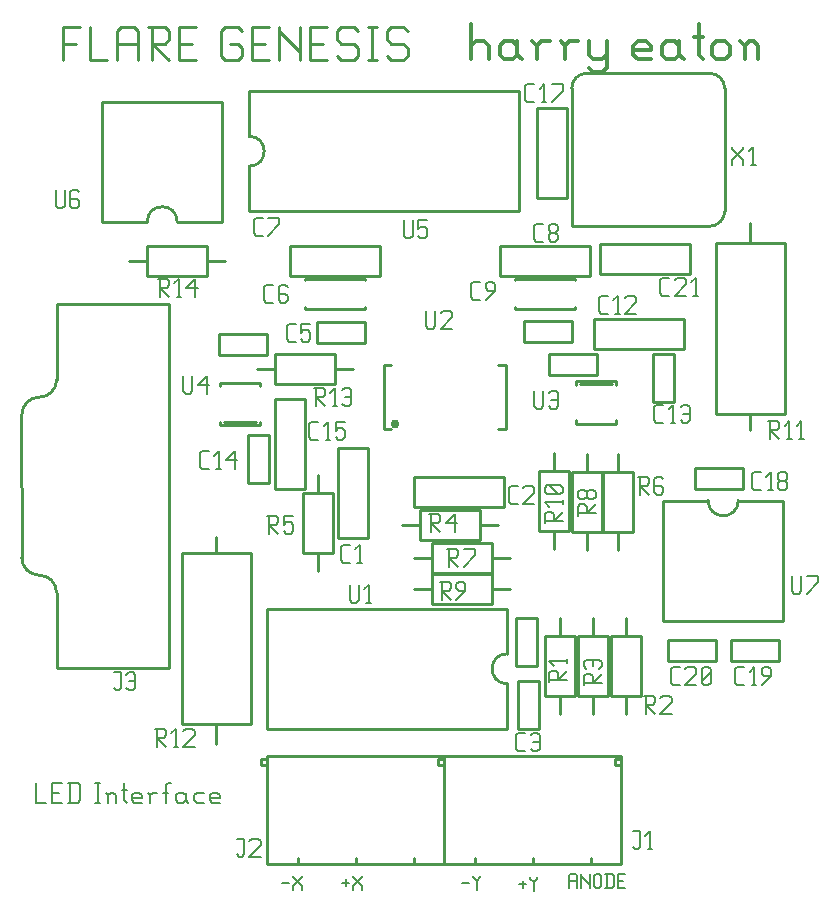
<source format=gbr>
G04 start of page 8 for group -4079 idx -4079
G04 Title: (unknown), topsilk *
G04 Creator: pcb 1.99w *
G04 CreationDate: Wed Jan  2 23:41:37 2008 UTC *
G04 For: dan *
G04 Format: Gerber/RS-274X *
G04 PCB-Dimensions: 350000 330000 *
G04 PCB-Coordinate-Origin: lower left *
%MOIN*%
%FSLAX24Y24*%
%LNFRONTSILK*%
%ADD29C,0.0080*%
%ADD30C,0.0118*%
%ADD31C,0.0112*%
%ADD32C,0.0100*%
%ADD33C,0.0300*%
G54D29*X4350Y4850D02*Y4190D01*
X4680D01*
X4878Y4520D02*X5125D01*
X4878Y4190D02*X5208D01*
X4878Y4850D02*Y4190D01*
Y4850D02*X5208D01*
X5488D02*Y4190D01*
X5736Y4850D02*X5818Y4767D01*
Y4272D01*
X5736Y4190D02*X5818Y4272D01*
X5406Y4190D02*X5736D01*
X5406Y4850D02*X5736D01*
X6313D02*X6478D01*
X6396D02*Y4190D01*
X6313D02*X6478D01*
X6759Y4437D02*Y4190D01*
Y4437D02*X6842Y4520D01*
X6924D01*
X7007Y4437D01*
Y4190D01*
X6677Y4520D02*X6759Y4437D01*
X7287Y4850D02*Y4272D01*
X7370Y4190D01*
X7205Y4602D02*X7370D01*
X7617Y4190D02*X7865D01*
X7535Y4272D02*X7617Y4190D01*
X7535Y4437D02*Y4272D01*
Y4437D02*X7617Y4520D01*
X7782D01*
X7865Y4437D01*
X7535Y4355D02*X7865D01*
Y4437D02*Y4355D01*
X8146Y4437D02*Y4190D01*
Y4437D02*X8228Y4520D01*
X8393D01*
X8063D02*X8146Y4437D01*
X8674Y4767D02*Y4190D01*
Y4767D02*X8756Y4850D01*
X8839D01*
X8591Y4520D02*X8756D01*
X9251D02*X9334Y4437D01*
X9086Y4520D02*X9251D01*
X9004Y4437D02*X9086Y4520D01*
X9004Y4437D02*Y4272D01*
X9086Y4190D01*
X9334Y4520D02*Y4272D01*
X9416Y4190D01*
X9086D02*X9251D01*
X9334Y4272D01*
X9697Y4520D02*X9945D01*
X9615Y4437D02*X9697Y4520D01*
X9615Y4437D02*Y4272D01*
X9697Y4190D01*
X9945D01*
X10225D02*X10473D01*
X10143Y4272D02*X10225Y4190D01*
X10143Y4437D02*Y4272D01*
Y4437D02*X10225Y4520D01*
X10390D01*
X10473Y4437D01*
X10143Y4355D02*X10473D01*
Y4437D02*Y4355D01*
X14550Y1520D02*X14780D01*
X14665Y1635D02*Y1405D01*
X14918Y1750D02*Y1692D01*
X15205Y1405D01*
Y1290D01*
X14918Y1405D02*Y1290D01*
Y1405D02*X15205Y1692D01*
Y1750D02*Y1692D01*
X12550Y1520D02*X12780D01*
X12918Y1750D02*Y1692D01*
X13205Y1405D01*
Y1290D01*
X12918Y1405D02*Y1290D01*
Y1405D02*X13205Y1692D01*
Y1750D02*Y1692D01*
X20450Y1470D02*X20680D01*
X20565Y1585D02*Y1355D01*
X20818Y1700D02*Y1642D01*
X20933Y1527D01*
X21048Y1642D01*
Y1700D02*Y1642D01*
X20933Y1527D02*Y1240D01*
X18550Y1520D02*X18780D01*
X18918Y1750D02*Y1692D01*
X19033Y1577D01*
X19148Y1692D01*
Y1750D02*Y1692D01*
X19033Y1577D02*Y1290D01*
G54D30*X18850Y30150D02*Y28970D01*
Y29412D02*X18997Y29560D01*
X19292D01*
X19440Y29412D01*
Y28970D01*
X20236Y29560D02*X20384Y29412D01*
X19941Y29560D02*X20236D01*
X19794Y29412D02*X19941Y29560D01*
X19794Y29412D02*Y29117D01*
X19941Y28970D01*
X20384Y29560D02*Y29117D01*
X20531Y28970D01*
X19941D02*X20236D01*
X20384Y29117D01*
X21033Y29412D02*Y28970D01*
Y29412D02*X21181Y29560D01*
X21476D01*
X20886D02*X21033Y29412D01*
X21977D02*Y28970D01*
Y29412D02*X22125Y29560D01*
X22420D01*
X21830D02*X21977Y29412D01*
X22774Y29560D02*Y29117D01*
X22922Y28970D01*
X23364Y29560D02*Y28675D01*
X23217Y28527D02*X23364Y28675D01*
X22922Y28527D02*X23217D01*
X22774Y28675D02*X22922Y28527D01*
Y28970D02*X23217D01*
X23364Y29117D01*
X24397Y28970D02*X24839D01*
X24249Y29117D02*X24397Y28970D01*
X24249Y29412D02*Y29117D01*
Y29412D02*X24397Y29560D01*
X24692D01*
X24839Y29412D01*
X24249Y29265D02*X24839D01*
Y29412D02*Y29265D01*
X25636Y29560D02*X25784Y29412D01*
X25341Y29560D02*X25636D01*
X25194Y29412D02*X25341Y29560D01*
X25194Y29412D02*Y29117D01*
X25341Y28970D01*
X25784Y29560D02*Y29117D01*
X25931Y28970D01*
X25341D02*X25636D01*
X25784Y29117D01*
X26433Y30150D02*Y29117D01*
X26581Y28970D01*
X26286Y29707D02*X26581D01*
X26876Y29412D02*Y29117D01*
Y29412D02*X27023Y29560D01*
X27318D01*
X27466Y29412D01*
Y29117D01*
X27318Y28970D02*X27466Y29117D01*
X27023Y28970D02*X27318D01*
X26876Y29117D02*X27023Y28970D01*
X27968Y29412D02*Y28970D01*
Y29412D02*X28115Y29560D01*
X28263D01*
X28410Y29412D01*
Y28970D01*
X27820Y29560D02*X27968Y29412D01*
G54D31*X5250Y30050D02*Y28930D01*
Y30050D02*X5810D01*
X5250Y29490D02*X5670D01*
X6146Y30050D02*Y28930D01*
X6706D01*
X7042Y29910D02*Y28930D01*
Y29910D02*X7182Y30050D01*
X7602D01*
X7742Y29910D01*
Y28930D01*
X7042Y29490D02*X7742D01*
X8078Y30050D02*X8638D01*
X8778Y29910D01*
Y29630D01*
X8638Y29490D02*X8778Y29630D01*
X8218Y29490D02*X8638D01*
X8218Y30050D02*Y28930D01*
Y29490D02*X8778Y28930D01*
X9115Y29490D02*X9535D01*
X9115Y28930D02*X9675D01*
X9115Y30050D02*Y28930D01*
Y30050D02*X9675D01*
X11075D02*X11215Y29910D01*
X10655Y30050D02*X11075D01*
X10515Y29910D02*X10655Y30050D01*
X10515Y29910D02*Y29070D01*
X10655Y28930D01*
X11075D01*
X11215Y29070D01*
Y29350D02*Y29070D01*
X11075Y29490D02*X11215Y29350D01*
X10795Y29490D02*X11075D01*
X11551D02*X11971D01*
X11551Y28930D02*X12111D01*
X11551Y30050D02*Y28930D01*
Y30050D02*X12111D01*
X12447D02*Y28930D01*
Y30050D02*Y29910D01*
X13147Y29210D01*
Y30050D02*Y28930D01*
X13484Y29490D02*X13904D01*
X13484Y28930D02*X14044D01*
X13484Y30050D02*Y28930D01*
Y30050D02*X14044D01*
X14940D02*X15080Y29910D01*
X14520Y30050D02*X14940D01*
X14380Y29910D02*X14520Y30050D01*
X14380Y29910D02*Y29630D01*
X14520Y29490D01*
X14940D01*
X15080Y29350D01*
Y29070D01*
X14940Y28930D02*X15080Y29070D01*
X14520Y28930D02*X14940D01*
X14380Y29070D02*X14520Y28930D01*
X15416Y30050D02*X15696D01*
X15556D02*Y28930D01*
X15416D02*X15696D01*
X16593Y30050D02*X16733Y29910D01*
X16173Y30050D02*X16593D01*
X16033Y29910D02*X16173Y30050D01*
X16033Y29910D02*Y29630D01*
X16173Y29490D01*
X16593D01*
X16733Y29350D01*
Y29070D01*
X16593Y28930D02*X16733Y29070D01*
X16173Y28930D02*X16593D01*
X16033Y29070D02*X16173Y28930D01*
G54D29*X22100Y1742D02*Y1340D01*
Y1742D02*X22157Y1800D01*
X22330D01*
X22387Y1742D01*
Y1340D01*
X22100Y1570D02*X22387D01*
X22525Y1800D02*Y1340D01*
Y1800D02*Y1742D01*
X22813Y1455D01*
Y1800D02*Y1340D01*
X22951Y1742D02*Y1397D01*
Y1742D02*X23008Y1800D01*
X23123D01*
X23181Y1742D01*
Y1397D01*
X23123Y1340D02*X23181Y1397D01*
X23008Y1340D02*X23123D01*
X22951Y1397D02*X23008Y1340D01*
X23376Y1800D02*Y1340D01*
X23549Y1800D02*X23606Y1742D01*
Y1397D01*
X23549Y1340D02*X23606Y1397D01*
X23319Y1340D02*X23549D01*
X23319Y1800D02*X23549D01*
X23744Y1570D02*X23917D01*
X23744Y1340D02*X23974D01*
X23744Y1800D02*Y1340D01*
Y1800D02*X23974D01*
G54D32*X10350Y13050D02*Y12500D01*
X11500D02*X9200D01*
Y6800D01*
X11500D01*
Y12500D01*
X10350Y6800D02*Y6150D01*
X5030Y20800D02*X8780D01*
X5030Y18280D02*Y20800D01*
X3870Y12350D02*X3860Y17120D01*
X5030Y8670D02*Y11190D01*
X8780Y8670D02*X5030D01*
X8780Y20800D02*Y8670D01*
X4450Y17700D02*G75*G03X5030Y18280I0J580D01*G01*
X4450Y17700D02*G75*G03X3870Y17120I0J-580D01*G01*
Y12350D02*G75*G03X4450Y11770I580J0D01*G01*
X5030Y11190D02*G75*G03X4450Y11770I-580J0D01*G01*
X11800Y16880D02*Y16760D01*
X10480D01*
Y16880D01*
X11800Y18060D02*Y18180D01*
X10480D01*
Y18060D01*
X11670Y16860D02*X10610D01*
X10050Y21750D02*X8050D01*
Y22750D01*
X10050D01*
Y21750D01*
X10650Y22250D02*X10050D01*
X8050D02*X7450D01*
X15300Y21600D02*Y21650D01*
X13300D01*
Y21600D01*
Y20700D02*Y20650D01*
X15300D01*
Y20700D01*
X15800Y21750D02*Y22750D01*
X12800D01*
Y21750D01*
X15800D01*
X13700Y19500D02*X15300D01*
X13700Y20200D02*Y19500D01*
X15300Y20200D02*X13700D01*
X15300Y19500D02*Y20200D01*
X12300Y19150D02*X14300D01*
Y18150D01*
X12300D01*
Y19150D01*
X11700Y18650D02*X12300D01*
X14300D02*X14900D01*
X12300Y14650D02*X13300D01*
Y17650D01*
X12300D01*
Y14650D01*
X12100Y14850D02*Y16450D01*
X11400Y14850D02*X12100D01*
X11400Y16450D02*Y14850D01*
X12100Y16450D02*X11400D01*
X12050Y19800D02*X10450D01*
X12050Y19100D02*Y19800D01*
X10450Y19100D02*X12050D01*
X10450Y19800D02*Y19100D01*
X25250Y14250D02*Y10250D01*
X29250D01*
Y14250D01*
X25250D02*X26750D01*
X27750D02*X29250D01*
X26750D02*G75*G03X27750Y14250I500J0D01*G01*
X27900Y15350D02*X26300D01*
X27900Y14650D02*Y15350D01*
X26300Y14650D02*X27900D01*
X26300Y15350D02*Y14650D01*
X29100Y9600D02*X27500D01*
X29100Y8900D02*Y9600D01*
X27500Y8900D02*X29100D01*
X27500Y9600D02*Y8900D01*
X25400D02*X27000D01*
X25400Y9600D02*Y8900D01*
X27000Y9600D02*X25400D01*
X27000Y8900D02*Y9600D01*
X18970Y2150D02*Y2350D01*
X20910Y2150D02*Y2350D01*
X22850Y2150D02*Y2350D01*
X23660Y5450D02*X23860D01*
X23660Y5650D02*Y5450D01*
X23860Y5650D02*X23660D01*
X17760Y5450D02*X17960D01*
X17760Y5650D02*Y5450D01*
X17960Y5650D02*X17760D01*
X23860Y5750D02*Y2150D01*
X17960Y5750D02*X23860D01*
X17960Y2150D02*Y5750D01*
X23860Y2150D02*X17960D01*
X21100Y6650D02*Y8250D01*
X20400Y6650D02*X21100D01*
X20400Y8250D02*Y6650D01*
X21100Y8250D02*X20400D01*
X22400Y7750D02*Y9750D01*
X23400D01*
Y7750D01*
X22400D01*
X22900Y7150D02*Y7750D01*
Y9750D02*Y10350D01*
X23500Y7750D02*Y9750D01*
X24500D01*
Y7750D01*
X23500D01*
X24000Y7150D02*Y7750D01*
Y9750D02*Y10350D01*
X21300Y7750D02*Y9750D01*
X22300D01*
Y7750D01*
X21300D01*
X21800Y7150D02*Y7750D01*
Y9750D02*Y10350D01*
X20350D02*Y8750D01*
X21050Y10350D02*X20350D01*
X21050Y8750D02*Y10350D01*
X20350Y8750D02*X21050D01*
X26150Y21800D02*Y22800D01*
X23150D01*
Y21800D01*
X26150D01*
X19800Y22750D02*Y21750D01*
X22800D01*
Y22750D01*
X19800D01*
X20300Y20700D02*Y20650D01*
X22300D01*
Y20700D01*
Y21600D02*Y21650D01*
X20300D01*
Y21600D01*
X22200Y23400D02*Y28000D01*
X22700Y28500D02*X26800D01*
X27300Y28000D02*Y23900D01*
X26800Y23400D02*X22200D01*
X22700Y28500D02*G75*G03X22200Y28000I0J-500D01*G01*
X27300D02*G75*G03X26800Y28500I-500J0D01*G01*
Y23400D02*G75*G03X27300Y23900I0J500D01*G01*
X28150Y16600D02*Y17150D01*
X27000D02*X29300D01*
Y22850D01*
X27000D01*
Y17150D01*
X28150Y22850D02*Y23500D01*
X22950Y20300D02*Y19300D01*
X25950D01*
Y20300D01*
X22950D01*
X24900Y19150D02*Y17550D01*
X25600Y19150D02*X24900D01*
X25600Y17550D02*Y19150D01*
X24900Y17550D02*X25600D01*
X17150Y13950D02*X19150D01*
Y12950D01*
X17150D01*
Y13950D01*
X16550Y13450D02*X17150D01*
X19150D02*X19750D01*
G54D33*X16300Y16800D03*
G54D32*X16180Y16640D02*X15930D01*
Y18760D01*
X16180D01*
X19730Y16640D02*X20000D01*
Y18760D01*
X19730D01*
X22100Y15250D02*Y13250D01*
X21100D01*
Y15250D01*
X22100D01*
X21600Y15850D02*Y15250D01*
Y13250D02*Y12650D01*
X23200Y15200D02*Y13200D01*
X22200D01*
Y15200D01*
X23200D01*
X22700Y15800D02*Y15200D01*
Y13200D02*Y12600D01*
X21450Y18450D02*X23050D01*
X21450Y19150D02*Y18450D01*
X23050Y19150D02*X21450D01*
X23050Y18450D02*Y19150D01*
X22350Y18120D02*Y18240D01*
X23670D01*
Y18120D01*
X22350Y16940D02*Y16820D01*
X23670D01*
Y16940D01*
X22480Y18140D02*X23540D01*
X24250Y15200D02*Y13200D01*
X23250D01*
Y15200D01*
X24250D01*
X23750Y15800D02*Y15200D01*
Y13200D02*Y12600D01*
X22200Y20250D02*X20600D01*
X22200Y19550D02*Y20250D01*
X20600Y19550D02*X22200D01*
X20600Y20250D02*Y19550D01*
X21050Y24350D02*X22050D01*
Y27350D01*
X21050D01*
Y24350D01*
X11450Y23900D02*X20450D01*
Y27900D01*
X11450D01*
Y23900D02*Y25400D01*
Y26400D02*Y27900D01*
Y25400D02*G75*G03X11450Y26400I0J500D01*G01*
X10550Y23550D02*Y27550D01*
X6550D01*
Y23550D01*
X10550D02*X9050D01*
X8050D02*X6550D01*
X9050D02*G75*G03X8050Y23550I-500J0D01*G01*
X20050Y10650D02*X12050D01*
Y6650D01*
X20050D01*
Y10650D02*Y9150D01*
Y8150D02*Y6650D01*
Y9150D02*G75*G03X20050Y8150I0J-500D01*G01*
X17550Y11800D02*X19550D01*
Y10800D01*
X17550D01*
Y11800D01*
X16950Y11300D02*X17550D01*
X19550D02*X20150D01*
X14250Y14500D02*Y12500D01*
X13250D01*
Y14500D01*
X14250D01*
X13750Y15100D02*Y14500D01*
Y12500D02*Y11900D01*
X14400Y13000D02*X15400D01*
Y16000D01*
X14400D01*
Y13000D01*
X19950Y14050D02*Y15050D01*
X16950D01*
Y14050D01*
X19950D01*
X17550Y12850D02*X19550D01*
Y11850D01*
X17550D01*
Y12850D01*
X16950Y12350D02*X17550D01*
X19550D02*X20150D01*
X13070Y2150D02*Y2350D01*
X15010Y2150D02*Y2350D01*
X16950Y2150D02*Y2350D01*
X17760Y5450D02*X17960D01*
X17760Y5650D02*Y5450D01*
X17960Y5650D02*X17760D01*
X11860Y5450D02*X12060D01*
X11860Y5650D02*Y5450D01*
X12060Y5650D02*X11860D01*
X17960Y5750D02*Y2150D01*
X12060Y5750D02*X17960D01*
X12060Y2150D02*Y5750D01*
X17960Y2150D02*X12060D01*
G54D29*X8300Y6650D02*X8600D01*
X8675Y6575D01*
Y6425D01*
X8600Y6350D02*X8675Y6425D01*
X8375Y6350D02*X8600D01*
X8375Y6650D02*Y6050D01*
Y6350D02*X8675Y6050D01*
X8930D02*X9080D01*
X9005Y6650D02*Y6050D01*
X8855Y6500D02*X9005Y6650D01*
X9260Y6575D02*X9335Y6650D01*
X9560D01*
X9635Y6575D01*
Y6425D01*
X9260Y6050D02*X9635Y6425D01*
X9260Y6050D02*X9635D01*
X6950Y8530D02*X7175D01*
Y8005D01*
X7100Y7930D02*X7175Y8005D01*
X7025Y7930D02*X7100D01*
X6950Y8005D02*X7025Y7930D01*
X7355Y8455D02*X7430Y8530D01*
X7580D01*
X7655Y8455D01*
Y8005D01*
X7580Y7930D02*X7655Y8005D01*
X7430Y7930D02*X7580D01*
X7355Y8005D02*X7430Y7930D01*
Y8230D02*X7655D01*
X11050Y2990D02*X11275D01*
Y2465D01*
X11200Y2390D02*X11275Y2465D01*
X11125Y2390D02*X11200D01*
X11050Y2465D02*X11125Y2390D01*
X11455Y2915D02*X11530Y2990D01*
X11755D01*
X11830Y2915D01*
Y2765D01*
X11455Y2390D02*X11830Y2765D01*
X11455Y2390D02*X11830D01*
X24250Y3240D02*X24475D01*
Y2715D01*
X24400Y2640D02*X24475Y2715D01*
X24325Y2640D02*X24400D01*
X24250Y2715D02*X24325Y2640D01*
X24730D02*X24880D01*
X24805Y3240D02*Y2640D01*
X24655Y3090D02*X24805Y3240D01*
X27725Y8100D02*X27950D01*
X27650Y8175D02*X27725Y8100D01*
X27650Y8625D02*Y8175D01*
Y8625D02*X27725Y8700D01*
X27950D01*
X28205Y8100D02*X28355D01*
X28280Y8700D02*Y8100D01*
X28130Y8550D02*X28280Y8700D01*
X28535Y8100D02*X28835Y8400D01*
Y8625D02*Y8400D01*
X28760Y8700D02*X28835Y8625D01*
X28610Y8700D02*X28760D01*
X28535Y8625D02*X28610Y8700D01*
X28535Y8625D02*Y8475D01*
X28610Y8400D01*
X28835D01*
X25575Y8100D02*X25800D01*
X25500Y8175D02*X25575Y8100D01*
X25500Y8625D02*Y8175D01*
Y8625D02*X25575Y8700D01*
X25800D01*
X25980Y8625D02*X26055Y8700D01*
X26280D01*
X26355Y8625D01*
Y8475D01*
X25980Y8100D02*X26355Y8475D01*
X25980Y8100D02*X26355D01*
X26535Y8175D02*X26610Y8100D01*
X26535Y8625D02*Y8175D01*
Y8625D02*X26610Y8700D01*
X26760D01*
X26835Y8625D01*
Y8175D01*
X26760Y8100D02*X26835Y8175D01*
X26610Y8100D02*X26760D01*
X26535Y8250D02*X26835Y8550D01*
X24600Y7750D02*X24900D01*
X24975Y7675D01*
Y7525D01*
X24900Y7450D02*X24975Y7525D01*
X24675Y7450D02*X24900D01*
X24675Y7750D02*Y7150D01*
Y7450D02*X24975Y7150D01*
X25155Y7675D02*X25230Y7750D01*
X25455D01*
X25530Y7675D01*
Y7525D01*
X25155Y7150D02*X25530Y7525D01*
X25155Y7150D02*X25530D01*
X20425Y5900D02*X20650D01*
X20350Y5975D02*X20425Y5900D01*
X20350Y6425D02*Y5975D01*
Y6425D02*X20425Y6500D01*
X20650D01*
X20830Y6425D02*X20905Y6500D01*
X21055D01*
X21130Y6425D01*
Y5975D01*
X21055Y5900D02*X21130Y5975D01*
X20905Y5900D02*X21055D01*
X20830Y5975D02*X20905Y5900D01*
Y6200D02*X21130D01*
X22600Y8400D02*Y8100D01*
Y8400D02*X22675Y8475D01*
X22825D01*
X22900Y8400D02*X22825Y8475D01*
X22900Y8400D02*Y8175D01*
X22600D02*X23200D01*
X22900D02*X23200Y8475D01*
X22675Y8655D02*X22600Y8730D01*
Y8880D02*Y8730D01*
Y8880D02*X22675Y8955D01*
X23125D01*
X23200Y8880D02*X23125Y8955D01*
X23200Y8880D02*Y8730D01*
X23125Y8655D02*X23200Y8730D01*
X22900Y8955D02*Y8730D01*
X21450Y8500D02*Y8200D01*
Y8500D02*X21525Y8575D01*
X21675D01*
X21750Y8500D02*X21675Y8575D01*
X21750Y8500D02*Y8275D01*
X21450D02*X22050D01*
X21750D02*X22050Y8575D01*
Y8980D02*Y8830D01*
X21450Y8905D02*X22050D01*
X21600Y8755D02*X21450Y8905D01*
X25225Y21090D02*X25450D01*
X25150Y21165D02*X25225Y21090D01*
X25150Y21615D02*Y21165D01*
Y21615D02*X25225Y21690D01*
X25450D01*
X25630Y21615D02*X25705Y21690D01*
X25930D01*
X26005Y21615D01*
Y21465D01*
X25630Y21090D02*X26005Y21465D01*
X25630Y21090D02*X26005D01*
X26260D02*X26410D01*
X26335Y21690D02*Y21090D01*
X26185Y21540D02*X26335Y21690D01*
X17350Y20590D02*Y20065D01*
X17425Y19990D01*
X17575D01*
X17650Y20065D01*
Y20590D02*Y20065D01*
X17830Y20515D02*X17905Y20590D01*
X18130D01*
X18205Y20515D01*
Y20365D01*
X17830Y19990D02*X18205Y20365D01*
X17830Y19990D02*X18205D01*
X18925Y20950D02*X19150D01*
X18850Y21025D02*X18925Y20950D01*
X18850Y21475D02*Y21025D01*
Y21475D02*X18925Y21550D01*
X19150D01*
X19330Y20950D02*X19630Y21250D01*
Y21475D02*Y21250D01*
X19555Y21550D02*X19630Y21475D01*
X19405Y21550D02*X19555D01*
X19330Y21475D02*X19405Y21550D01*
X19330Y21475D02*Y21325D01*
X19405Y21250D01*
X19630D01*
X23175Y20490D02*X23400D01*
X23100Y20565D02*X23175Y20490D01*
X23100Y21015D02*Y20565D01*
Y21015D02*X23175Y21090D01*
X23400D01*
X23655Y20490D02*X23805D01*
X23730Y21090D02*Y20490D01*
X23580Y20940D02*X23730Y21090D01*
X23985Y21015D02*X24060Y21090D01*
X24285D01*
X24360Y21015D01*
Y20865D01*
X23985Y20490D02*X24360Y20865D01*
X23985Y20490D02*X24360D01*
X22400Y14050D02*Y13750D01*
Y14050D02*X22475Y14125D01*
X22625D01*
X22700Y14050D02*X22625Y14125D01*
X22700Y14050D02*Y13825D01*
X22400D02*X23000D01*
X22700D02*X23000Y14125D01*
X22925Y14305D02*X23000Y14380D01*
X22775Y14305D02*X22925D01*
X22775D02*X22700Y14380D01*
Y14530D02*Y14380D01*
Y14530D02*X22775Y14605D01*
X22925D01*
X23000Y14530D02*X22925Y14605D01*
X23000Y14530D02*Y14380D01*
X22625Y14305D02*X22700Y14380D01*
X22475Y14305D02*X22625D01*
X22475D02*X22400Y14380D01*
Y14530D02*Y14380D01*
Y14530D02*X22475Y14605D01*
X22625D01*
X22700Y14530D02*X22625Y14605D01*
X24400Y15050D02*X24700D01*
X24775Y14975D01*
Y14825D01*
X24700Y14750D02*X24775Y14825D01*
X24475Y14750D02*X24700D01*
X24475Y15050D02*Y14450D01*
Y14750D02*X24775Y14450D01*
X25180Y15050D02*X25255Y14975D01*
X25030Y15050D02*X25180D01*
X24955Y14975D02*X25030Y15050D01*
X24955Y14975D02*Y14525D01*
X25030Y14450D01*
X25180Y14750D02*X25255Y14675D01*
X24955Y14750D02*X25180D01*
X25030Y14450D02*X25180D01*
X25255Y14525D01*
Y14675D02*Y14525D01*
X17450Y13800D02*X17750D01*
X17825Y13725D01*
Y13575D01*
X17750Y13500D02*X17825Y13575D01*
X17525Y13500D02*X17750D01*
X17525Y13800D02*Y13200D01*
Y13500D02*X17825Y13200D01*
X18005Y13500D02*X18305Y13800D01*
X18005Y13500D02*X18380D01*
X18305Y13800D02*Y13200D01*
X21300Y13800D02*Y13500D01*
Y13800D02*X21375Y13875D01*
X21525D01*
X21600Y13800D02*X21525Y13875D01*
X21600Y13800D02*Y13575D01*
X21300D02*X21900D01*
X21600D02*X21900Y13875D01*
Y14280D02*Y14130D01*
X21300Y14205D02*X21900D01*
X21450Y14055D02*X21300Y14205D01*
X21825Y14460D02*X21900Y14535D01*
X21375Y14460D02*X21825D01*
X21375D02*X21300Y14535D01*
Y14685D02*Y14535D01*
Y14685D02*X21375Y14760D01*
X21825D01*
X21900Y14685D02*X21825Y14760D01*
X21900Y14685D02*Y14535D01*
X21750Y14460D02*X21450Y14760D01*
X20175Y14140D02*X20400D01*
X20100Y14215D02*X20175Y14140D01*
X20100Y14665D02*Y14215D01*
Y14665D02*X20175Y14740D01*
X20400D01*
X20580Y14665D02*X20655Y14740D01*
X20880D01*
X20955Y14665D01*
Y14515D01*
X20580Y14140D02*X20955Y14515D01*
X20580Y14140D02*X20955D01*
X18050Y12650D02*X18350D01*
X18425Y12575D01*
Y12425D01*
X18350Y12350D02*X18425Y12425D01*
X18125Y12350D02*X18350D01*
X18125Y12650D02*Y12050D01*
Y12350D02*X18425Y12050D01*
X18605D02*X18980Y12425D01*
Y12650D02*Y12425D01*
X18605Y12650D02*X18980D01*
X25025Y16850D02*X25250D01*
X24950Y16925D02*X25025Y16850D01*
X24950Y17375D02*Y16925D01*
Y17375D02*X25025Y17450D01*
X25250D01*
X25505Y16850D02*X25655D01*
X25580Y17450D02*Y16850D01*
X25430Y17300D02*X25580Y17450D01*
X25835Y17375D02*X25910Y17450D01*
X26060D01*
X26135Y17375D01*
Y16925D01*
X26060Y16850D02*X26135Y16925D01*
X25910Y16850D02*X26060D01*
X25835Y16925D02*X25910Y16850D01*
Y17150D02*X26135D01*
X27550Y26050D02*Y25975D01*
X27925Y25600D01*
Y25450D01*
X27550Y25600D02*Y25450D01*
Y25600D02*X27925Y25975D01*
Y26050D02*Y25975D01*
X28180Y25450D02*X28330D01*
X28255Y26050D02*Y25450D01*
X28105Y25900D02*X28255Y26050D01*
X21025Y22890D02*X21250D01*
X20950Y22965D02*X21025Y22890D01*
X20950Y23415D02*Y22965D01*
Y23415D02*X21025Y23490D01*
X21250D01*
X21430Y22965D02*X21505Y22890D01*
X21430Y23115D02*Y22965D01*
Y23115D02*X21505Y23190D01*
X21655D01*
X21730Y23115D01*
Y22965D01*
X21655Y22890D02*X21730Y22965D01*
X21505Y22890D02*X21655D01*
X21430Y23265D02*X21505Y23190D01*
X21430Y23415D02*Y23265D01*
Y23415D02*X21505Y23490D01*
X21655D01*
X21730Y23415D01*
Y23265D01*
X21655Y23190D02*X21730Y23265D01*
X20960Y17920D02*Y17395D01*
X21035Y17320D01*
X21185D01*
X21260Y17395D01*
Y17920D02*Y17395D01*
X21440Y17845D02*X21515Y17920D01*
X21665D01*
X21740Y17845D01*
Y17395D01*
X21665Y17320D02*X21740Y17395D01*
X21515Y17320D02*X21665D01*
X21440Y17395D02*X21515Y17320D01*
Y17620D02*X21740D01*
X29550Y11750D02*Y11225D01*
X29625Y11150D01*
X29775D01*
X29850Y11225D01*
Y11750D02*Y11225D01*
X30030Y11150D02*X30405Y11525D01*
Y11750D02*Y11525D01*
X30030Y11750D02*X30405D01*
X28275Y14600D02*X28500D01*
X28200Y14675D02*X28275Y14600D01*
X28200Y15125D02*Y14675D01*
Y15125D02*X28275Y15200D01*
X28500D01*
X28755Y14600D02*X28905D01*
X28830Y15200D02*Y14600D01*
X28680Y15050D02*X28830Y15200D01*
X29085Y14675D02*X29160Y14600D01*
X29085Y14825D02*Y14675D01*
Y14825D02*X29160Y14900D01*
X29310D01*
X29385Y14825D01*
Y14675D01*
X29310Y14600D02*X29385Y14675D01*
X29160Y14600D02*X29310D01*
X29085Y14975D02*X29160Y14900D01*
X29085Y15125D02*Y14975D01*
Y15125D02*X29160Y15200D01*
X29310D01*
X29385Y15125D01*
Y14975D01*
X29310Y14900D02*X29385Y14975D01*
X28750Y16900D02*X29050D01*
X29125Y16825D01*
Y16675D01*
X29050Y16600D02*X29125Y16675D01*
X28825Y16600D02*X29050D01*
X28825Y16900D02*Y16300D01*
Y16600D02*X29125Y16300D01*
X29380D02*X29530D01*
X29455Y16900D02*Y16300D01*
X29305Y16750D02*X29455Y16900D01*
X29785Y16300D02*X29935D01*
X29860Y16900D02*Y16300D01*
X29710Y16750D02*X29860Y16900D01*
X20725Y27540D02*X20950D01*
X20650Y27615D02*X20725Y27540D01*
X20650Y28065D02*Y27615D01*
Y28065D02*X20725Y28140D01*
X20950D01*
X21205Y27540D02*X21355D01*
X21280Y28140D02*Y27540D01*
X21130Y27990D02*X21280Y28140D01*
X21535Y27540D02*X21910Y27915D01*
Y28140D02*Y27915D01*
X21535Y28140D02*X21910D01*
X14800Y11450D02*Y10925D01*
X14875Y10850D01*
X15025D01*
X15100Y10925D01*
Y11450D02*Y10925D01*
X15355Y10850D02*X15505D01*
X15430Y11450D02*Y10850D01*
X15280Y11300D02*X15430Y11450D01*
X17800Y11550D02*X18100D01*
X18175Y11475D01*
Y11325D01*
X18100Y11250D02*X18175Y11325D01*
X17875Y11250D02*X18100D01*
X17875Y11550D02*Y10950D01*
Y11250D02*X18175Y10950D01*
X18355D02*X18655Y11250D01*
Y11475D02*Y11250D01*
X18580Y11550D02*X18655Y11475D01*
X18430Y11550D02*X18580D01*
X18355Y11475D02*X18430Y11550D01*
X18355Y11475D02*Y11325D01*
X18430Y11250D01*
X18655D01*
X14575Y12190D02*X14800D01*
X14500Y12265D02*X14575Y12190D01*
X14500Y12715D02*Y12265D01*
Y12715D02*X14575Y12790D01*
X14800D01*
X15055Y12190D02*X15205D01*
X15130Y12790D02*Y12190D01*
X14980Y12640D02*X15130Y12790D01*
X12050Y13750D02*X12350D01*
X12425Y13675D01*
Y13525D01*
X12350Y13450D02*X12425Y13525D01*
X12125Y13450D02*X12350D01*
X12125Y13750D02*Y13150D01*
Y13450D02*X12425Y13150D01*
X12605Y13750D02*X12905D01*
X12605D02*Y13450D01*
X12680Y13525D01*
X12830D01*
X12905Y13450D01*
Y13225D01*
X12830Y13150D02*X12905Y13225D01*
X12680Y13150D02*X12830D01*
X12605Y13225D02*X12680Y13150D01*
X9260Y18420D02*Y17895D01*
X9335Y17820D01*
X9485D01*
X9560Y17895D01*
Y18420D02*Y17895D01*
X9740Y18120D02*X10040Y18420D01*
X9740Y18120D02*X10115D01*
X10040Y18420D02*Y17820D01*
X13600Y18000D02*X13900D01*
X13975Y17925D01*
Y17775D01*
X13900Y17700D02*X13975Y17775D01*
X13675Y17700D02*X13900D01*
X13675Y18000D02*Y17400D01*
Y17700D02*X13975Y17400D01*
X14230D02*X14380D01*
X14305Y18000D02*Y17400D01*
X14155Y17850D02*X14305Y18000D01*
X14560Y17925D02*X14635Y18000D01*
X14785D01*
X14860Y17925D01*
Y17475D01*
X14785Y17400D02*X14860Y17475D01*
X14635Y17400D02*X14785D01*
X14560Y17475D02*X14635Y17400D01*
Y17700D02*X14860D01*
X13525Y16290D02*X13750D01*
X13450Y16365D02*X13525Y16290D01*
X13450Y16815D02*Y16365D01*
Y16815D02*X13525Y16890D01*
X13750D01*
X14005Y16290D02*X14155D01*
X14080Y16890D02*Y16290D01*
X13930Y16740D02*X14080Y16890D01*
X14335D02*X14635D01*
X14335D02*Y16590D01*
X14410Y16665D01*
X14560D01*
X14635Y16590D01*
Y16365D01*
X14560Y16290D02*X14635Y16365D01*
X14410Y16290D02*X14560D01*
X14335Y16365D02*X14410Y16290D01*
X9875Y15300D02*X10100D01*
X9800Y15375D02*X9875Y15300D01*
X9800Y15825D02*Y15375D01*
Y15825D02*X9875Y15900D01*
X10100D01*
X10355Y15300D02*X10505D01*
X10430Y15900D02*Y15300D01*
X10280Y15750D02*X10430Y15900D01*
X10685Y15600D02*X10985Y15900D01*
X10685Y15600D02*X11060D01*
X10985Y15900D02*Y15300D01*
X12025Y20850D02*X12250D01*
X11950Y20925D02*X12025Y20850D01*
X11950Y21375D02*Y20925D01*
Y21375D02*X12025Y21450D01*
X12250D01*
X12655D02*X12730Y21375D01*
X12505Y21450D02*X12655D01*
X12430Y21375D02*X12505Y21450D01*
X12430Y21375D02*Y20925D01*
X12505Y20850D01*
X12655Y21150D02*X12730Y21075D01*
X12430Y21150D02*X12655D01*
X12505Y20850D02*X12655D01*
X12730Y20925D01*
Y21075D02*Y20925D01*
X11675Y23090D02*X11900D01*
X11600Y23165D02*X11675Y23090D01*
X11600Y23615D02*Y23165D01*
Y23615D02*X11675Y23690D01*
X11900D01*
X12080Y23090D02*X12455Y23465D01*
Y23690D02*Y23465D01*
X12080Y23690D02*X12455D01*
X12775Y19550D02*X13000D01*
X12700Y19625D02*X12775Y19550D01*
X12700Y20075D02*Y19625D01*
Y20075D02*X12775Y20150D01*
X13000D01*
X13180D02*X13480D01*
X13180D02*Y19850D01*
X13255Y19925D01*
X13405D01*
X13480Y19850D01*
Y19625D01*
X13405Y19550D02*X13480Y19625D01*
X13255Y19550D02*X13405D01*
X13180Y19625D02*X13255Y19550D01*
X8400Y21650D02*X8700D01*
X8775Y21575D01*
Y21425D01*
X8700Y21350D02*X8775Y21425D01*
X8475Y21350D02*X8700D01*
X8475Y21650D02*Y21050D01*
Y21350D02*X8775Y21050D01*
X9030D02*X9180D01*
X9105Y21650D02*Y21050D01*
X8955Y21500D02*X9105Y21650D01*
X9360Y21350D02*X9660Y21650D01*
X9360Y21350D02*X9735D01*
X9660Y21650D02*Y21050D01*
X16600Y23600D02*Y23075D01*
X16675Y23000D01*
X16825D01*
X16900Y23075D01*
Y23600D02*Y23075D01*
X17080Y23600D02*X17380D01*
X17080D02*Y23300D01*
X17155Y23375D01*
X17305D01*
X17380Y23300D01*
Y23075D01*
X17305Y23000D02*X17380Y23075D01*
X17155Y23000D02*X17305D01*
X17080Y23075D02*X17155Y23000D01*
X5000Y24600D02*Y24075D01*
X5075Y24000D01*
X5225D01*
X5300Y24075D01*
Y24600D02*Y24075D01*
X5705Y24600D02*X5780Y24525D01*
X5555Y24600D02*X5705D01*
X5480Y24525D02*X5555Y24600D01*
X5480Y24525D02*Y24075D01*
X5555Y24000D01*
X5705Y24300D02*X5780Y24225D01*
X5480Y24300D02*X5705D01*
X5555Y24000D02*X5705D01*
X5780Y24075D01*
Y24225D02*Y24075D01*
M02*

</source>
